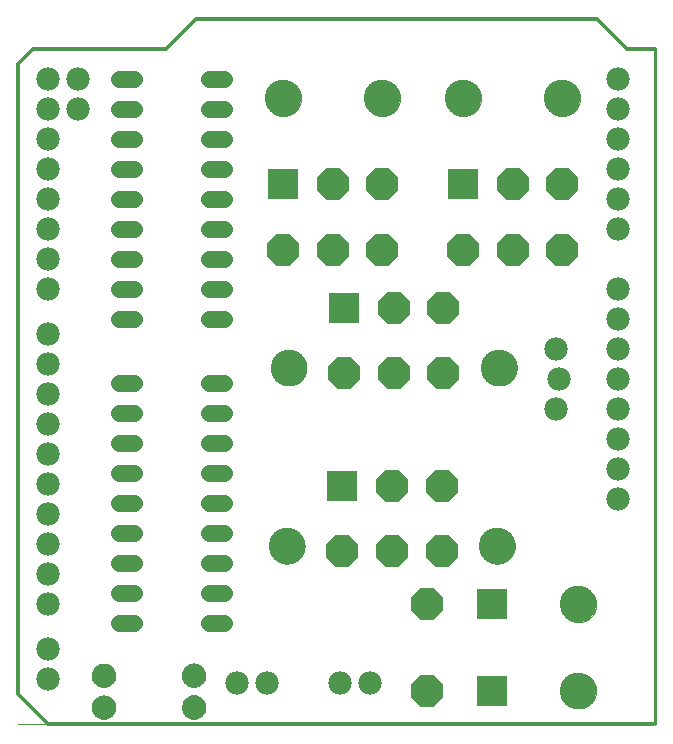
<source format=gbs>
G75*
%MOIN*%
%OFA0B0*%
%FSLAX25Y25*%
%IPPOS*%
%LPD*%
%AMOC8*
5,1,8,0,0,1.08239X$1,22.5*
%
%ADD10C,0.00000*%
%ADD11C,0.01000*%
%ADD12C,0.01200*%
%ADD13C,0.07800*%
%ADD14C,0.00500*%
%ADD15C,0.05600*%
%ADD16OC8,0.10400*%
%ADD17R,0.10400X0.10400*%
%ADD18C,0.12211*%
D10*
X0005000Y0005000D02*
X0015000Y0005000D01*
X0208701Y0005000D01*
X0185959Y0016250D02*
X0185961Y0016403D01*
X0185967Y0016557D01*
X0185977Y0016710D01*
X0185991Y0016862D01*
X0186009Y0017015D01*
X0186031Y0017166D01*
X0186056Y0017317D01*
X0186086Y0017468D01*
X0186120Y0017618D01*
X0186157Y0017766D01*
X0186198Y0017914D01*
X0186243Y0018060D01*
X0186292Y0018206D01*
X0186345Y0018350D01*
X0186401Y0018492D01*
X0186461Y0018633D01*
X0186525Y0018773D01*
X0186592Y0018911D01*
X0186663Y0019047D01*
X0186738Y0019181D01*
X0186815Y0019313D01*
X0186897Y0019443D01*
X0186981Y0019571D01*
X0187069Y0019697D01*
X0187160Y0019820D01*
X0187254Y0019941D01*
X0187352Y0020059D01*
X0187452Y0020175D01*
X0187556Y0020288D01*
X0187662Y0020399D01*
X0187771Y0020507D01*
X0187883Y0020612D01*
X0187997Y0020713D01*
X0188115Y0020812D01*
X0188234Y0020908D01*
X0188356Y0021001D01*
X0188481Y0021090D01*
X0188608Y0021177D01*
X0188737Y0021259D01*
X0188868Y0021339D01*
X0189001Y0021415D01*
X0189136Y0021488D01*
X0189273Y0021557D01*
X0189412Y0021622D01*
X0189552Y0021684D01*
X0189694Y0021742D01*
X0189837Y0021797D01*
X0189982Y0021848D01*
X0190128Y0021895D01*
X0190275Y0021938D01*
X0190423Y0021977D01*
X0190572Y0022013D01*
X0190722Y0022044D01*
X0190873Y0022072D01*
X0191024Y0022096D01*
X0191177Y0022116D01*
X0191329Y0022132D01*
X0191482Y0022144D01*
X0191635Y0022152D01*
X0191788Y0022156D01*
X0191942Y0022156D01*
X0192095Y0022152D01*
X0192248Y0022144D01*
X0192401Y0022132D01*
X0192553Y0022116D01*
X0192706Y0022096D01*
X0192857Y0022072D01*
X0193008Y0022044D01*
X0193158Y0022013D01*
X0193307Y0021977D01*
X0193455Y0021938D01*
X0193602Y0021895D01*
X0193748Y0021848D01*
X0193893Y0021797D01*
X0194036Y0021742D01*
X0194178Y0021684D01*
X0194318Y0021622D01*
X0194457Y0021557D01*
X0194594Y0021488D01*
X0194729Y0021415D01*
X0194862Y0021339D01*
X0194993Y0021259D01*
X0195122Y0021177D01*
X0195249Y0021090D01*
X0195374Y0021001D01*
X0195496Y0020908D01*
X0195615Y0020812D01*
X0195733Y0020713D01*
X0195847Y0020612D01*
X0195959Y0020507D01*
X0196068Y0020399D01*
X0196174Y0020288D01*
X0196278Y0020175D01*
X0196378Y0020059D01*
X0196476Y0019941D01*
X0196570Y0019820D01*
X0196661Y0019697D01*
X0196749Y0019571D01*
X0196833Y0019443D01*
X0196915Y0019313D01*
X0196992Y0019181D01*
X0197067Y0019047D01*
X0197138Y0018911D01*
X0197205Y0018773D01*
X0197269Y0018633D01*
X0197329Y0018492D01*
X0197385Y0018350D01*
X0197438Y0018206D01*
X0197487Y0018060D01*
X0197532Y0017914D01*
X0197573Y0017766D01*
X0197610Y0017618D01*
X0197644Y0017468D01*
X0197674Y0017317D01*
X0197699Y0017166D01*
X0197721Y0017015D01*
X0197739Y0016862D01*
X0197753Y0016710D01*
X0197763Y0016557D01*
X0197769Y0016403D01*
X0197771Y0016250D01*
X0197769Y0016097D01*
X0197763Y0015943D01*
X0197753Y0015790D01*
X0197739Y0015638D01*
X0197721Y0015485D01*
X0197699Y0015334D01*
X0197674Y0015183D01*
X0197644Y0015032D01*
X0197610Y0014882D01*
X0197573Y0014734D01*
X0197532Y0014586D01*
X0197487Y0014440D01*
X0197438Y0014294D01*
X0197385Y0014150D01*
X0197329Y0014008D01*
X0197269Y0013867D01*
X0197205Y0013727D01*
X0197138Y0013589D01*
X0197067Y0013453D01*
X0196992Y0013319D01*
X0196915Y0013187D01*
X0196833Y0013057D01*
X0196749Y0012929D01*
X0196661Y0012803D01*
X0196570Y0012680D01*
X0196476Y0012559D01*
X0196378Y0012441D01*
X0196278Y0012325D01*
X0196174Y0012212D01*
X0196068Y0012101D01*
X0195959Y0011993D01*
X0195847Y0011888D01*
X0195733Y0011787D01*
X0195615Y0011688D01*
X0195496Y0011592D01*
X0195374Y0011499D01*
X0195249Y0011410D01*
X0195122Y0011323D01*
X0194993Y0011241D01*
X0194862Y0011161D01*
X0194729Y0011085D01*
X0194594Y0011012D01*
X0194457Y0010943D01*
X0194318Y0010878D01*
X0194178Y0010816D01*
X0194036Y0010758D01*
X0193893Y0010703D01*
X0193748Y0010652D01*
X0193602Y0010605D01*
X0193455Y0010562D01*
X0193307Y0010523D01*
X0193158Y0010487D01*
X0193008Y0010456D01*
X0192857Y0010428D01*
X0192706Y0010404D01*
X0192553Y0010384D01*
X0192401Y0010368D01*
X0192248Y0010356D01*
X0192095Y0010348D01*
X0191942Y0010344D01*
X0191788Y0010344D01*
X0191635Y0010348D01*
X0191482Y0010356D01*
X0191329Y0010368D01*
X0191177Y0010384D01*
X0191024Y0010404D01*
X0190873Y0010428D01*
X0190722Y0010456D01*
X0190572Y0010487D01*
X0190423Y0010523D01*
X0190275Y0010562D01*
X0190128Y0010605D01*
X0189982Y0010652D01*
X0189837Y0010703D01*
X0189694Y0010758D01*
X0189552Y0010816D01*
X0189412Y0010878D01*
X0189273Y0010943D01*
X0189136Y0011012D01*
X0189001Y0011085D01*
X0188868Y0011161D01*
X0188737Y0011241D01*
X0188608Y0011323D01*
X0188481Y0011410D01*
X0188356Y0011499D01*
X0188234Y0011592D01*
X0188115Y0011688D01*
X0187997Y0011787D01*
X0187883Y0011888D01*
X0187771Y0011993D01*
X0187662Y0012101D01*
X0187556Y0012212D01*
X0187452Y0012325D01*
X0187352Y0012441D01*
X0187254Y0012559D01*
X0187160Y0012680D01*
X0187069Y0012803D01*
X0186981Y0012929D01*
X0186897Y0013057D01*
X0186815Y0013187D01*
X0186738Y0013319D01*
X0186663Y0013453D01*
X0186592Y0013589D01*
X0186525Y0013727D01*
X0186461Y0013867D01*
X0186401Y0014008D01*
X0186345Y0014150D01*
X0186292Y0014294D01*
X0186243Y0014440D01*
X0186198Y0014586D01*
X0186157Y0014734D01*
X0186120Y0014882D01*
X0186086Y0015032D01*
X0186056Y0015183D01*
X0186031Y0015334D01*
X0186009Y0015485D01*
X0185991Y0015638D01*
X0185977Y0015790D01*
X0185967Y0015943D01*
X0185961Y0016097D01*
X0185959Y0016250D01*
X0185959Y0045000D02*
X0185961Y0045153D01*
X0185967Y0045307D01*
X0185977Y0045460D01*
X0185991Y0045612D01*
X0186009Y0045765D01*
X0186031Y0045916D01*
X0186056Y0046067D01*
X0186086Y0046218D01*
X0186120Y0046368D01*
X0186157Y0046516D01*
X0186198Y0046664D01*
X0186243Y0046810D01*
X0186292Y0046956D01*
X0186345Y0047100D01*
X0186401Y0047242D01*
X0186461Y0047383D01*
X0186525Y0047523D01*
X0186592Y0047661D01*
X0186663Y0047797D01*
X0186738Y0047931D01*
X0186815Y0048063D01*
X0186897Y0048193D01*
X0186981Y0048321D01*
X0187069Y0048447D01*
X0187160Y0048570D01*
X0187254Y0048691D01*
X0187352Y0048809D01*
X0187452Y0048925D01*
X0187556Y0049038D01*
X0187662Y0049149D01*
X0187771Y0049257D01*
X0187883Y0049362D01*
X0187997Y0049463D01*
X0188115Y0049562D01*
X0188234Y0049658D01*
X0188356Y0049751D01*
X0188481Y0049840D01*
X0188608Y0049927D01*
X0188737Y0050009D01*
X0188868Y0050089D01*
X0189001Y0050165D01*
X0189136Y0050238D01*
X0189273Y0050307D01*
X0189412Y0050372D01*
X0189552Y0050434D01*
X0189694Y0050492D01*
X0189837Y0050547D01*
X0189982Y0050598D01*
X0190128Y0050645D01*
X0190275Y0050688D01*
X0190423Y0050727D01*
X0190572Y0050763D01*
X0190722Y0050794D01*
X0190873Y0050822D01*
X0191024Y0050846D01*
X0191177Y0050866D01*
X0191329Y0050882D01*
X0191482Y0050894D01*
X0191635Y0050902D01*
X0191788Y0050906D01*
X0191942Y0050906D01*
X0192095Y0050902D01*
X0192248Y0050894D01*
X0192401Y0050882D01*
X0192553Y0050866D01*
X0192706Y0050846D01*
X0192857Y0050822D01*
X0193008Y0050794D01*
X0193158Y0050763D01*
X0193307Y0050727D01*
X0193455Y0050688D01*
X0193602Y0050645D01*
X0193748Y0050598D01*
X0193893Y0050547D01*
X0194036Y0050492D01*
X0194178Y0050434D01*
X0194318Y0050372D01*
X0194457Y0050307D01*
X0194594Y0050238D01*
X0194729Y0050165D01*
X0194862Y0050089D01*
X0194993Y0050009D01*
X0195122Y0049927D01*
X0195249Y0049840D01*
X0195374Y0049751D01*
X0195496Y0049658D01*
X0195615Y0049562D01*
X0195733Y0049463D01*
X0195847Y0049362D01*
X0195959Y0049257D01*
X0196068Y0049149D01*
X0196174Y0049038D01*
X0196278Y0048925D01*
X0196378Y0048809D01*
X0196476Y0048691D01*
X0196570Y0048570D01*
X0196661Y0048447D01*
X0196749Y0048321D01*
X0196833Y0048193D01*
X0196915Y0048063D01*
X0196992Y0047931D01*
X0197067Y0047797D01*
X0197138Y0047661D01*
X0197205Y0047523D01*
X0197269Y0047383D01*
X0197329Y0047242D01*
X0197385Y0047100D01*
X0197438Y0046956D01*
X0197487Y0046810D01*
X0197532Y0046664D01*
X0197573Y0046516D01*
X0197610Y0046368D01*
X0197644Y0046218D01*
X0197674Y0046067D01*
X0197699Y0045916D01*
X0197721Y0045765D01*
X0197739Y0045612D01*
X0197753Y0045460D01*
X0197763Y0045307D01*
X0197769Y0045153D01*
X0197771Y0045000D01*
X0197769Y0044847D01*
X0197763Y0044693D01*
X0197753Y0044540D01*
X0197739Y0044388D01*
X0197721Y0044235D01*
X0197699Y0044084D01*
X0197674Y0043933D01*
X0197644Y0043782D01*
X0197610Y0043632D01*
X0197573Y0043484D01*
X0197532Y0043336D01*
X0197487Y0043190D01*
X0197438Y0043044D01*
X0197385Y0042900D01*
X0197329Y0042758D01*
X0197269Y0042617D01*
X0197205Y0042477D01*
X0197138Y0042339D01*
X0197067Y0042203D01*
X0196992Y0042069D01*
X0196915Y0041937D01*
X0196833Y0041807D01*
X0196749Y0041679D01*
X0196661Y0041553D01*
X0196570Y0041430D01*
X0196476Y0041309D01*
X0196378Y0041191D01*
X0196278Y0041075D01*
X0196174Y0040962D01*
X0196068Y0040851D01*
X0195959Y0040743D01*
X0195847Y0040638D01*
X0195733Y0040537D01*
X0195615Y0040438D01*
X0195496Y0040342D01*
X0195374Y0040249D01*
X0195249Y0040160D01*
X0195122Y0040073D01*
X0194993Y0039991D01*
X0194862Y0039911D01*
X0194729Y0039835D01*
X0194594Y0039762D01*
X0194457Y0039693D01*
X0194318Y0039628D01*
X0194178Y0039566D01*
X0194036Y0039508D01*
X0193893Y0039453D01*
X0193748Y0039402D01*
X0193602Y0039355D01*
X0193455Y0039312D01*
X0193307Y0039273D01*
X0193158Y0039237D01*
X0193008Y0039206D01*
X0192857Y0039178D01*
X0192706Y0039154D01*
X0192553Y0039134D01*
X0192401Y0039118D01*
X0192248Y0039106D01*
X0192095Y0039098D01*
X0191942Y0039094D01*
X0191788Y0039094D01*
X0191635Y0039098D01*
X0191482Y0039106D01*
X0191329Y0039118D01*
X0191177Y0039134D01*
X0191024Y0039154D01*
X0190873Y0039178D01*
X0190722Y0039206D01*
X0190572Y0039237D01*
X0190423Y0039273D01*
X0190275Y0039312D01*
X0190128Y0039355D01*
X0189982Y0039402D01*
X0189837Y0039453D01*
X0189694Y0039508D01*
X0189552Y0039566D01*
X0189412Y0039628D01*
X0189273Y0039693D01*
X0189136Y0039762D01*
X0189001Y0039835D01*
X0188868Y0039911D01*
X0188737Y0039991D01*
X0188608Y0040073D01*
X0188481Y0040160D01*
X0188356Y0040249D01*
X0188234Y0040342D01*
X0188115Y0040438D01*
X0187997Y0040537D01*
X0187883Y0040638D01*
X0187771Y0040743D01*
X0187662Y0040851D01*
X0187556Y0040962D01*
X0187452Y0041075D01*
X0187352Y0041191D01*
X0187254Y0041309D01*
X0187160Y0041430D01*
X0187069Y0041553D01*
X0186981Y0041679D01*
X0186897Y0041807D01*
X0186815Y0041937D01*
X0186738Y0042069D01*
X0186663Y0042203D01*
X0186592Y0042339D01*
X0186525Y0042477D01*
X0186461Y0042617D01*
X0186401Y0042758D01*
X0186345Y0042900D01*
X0186292Y0043044D01*
X0186243Y0043190D01*
X0186198Y0043336D01*
X0186157Y0043484D01*
X0186120Y0043632D01*
X0186086Y0043782D01*
X0186056Y0043933D01*
X0186031Y0044084D01*
X0186009Y0044235D01*
X0185991Y0044388D01*
X0185977Y0044540D01*
X0185967Y0044693D01*
X0185961Y0044847D01*
X0185959Y0045000D01*
X0158848Y0064532D02*
X0158850Y0064685D01*
X0158856Y0064839D01*
X0158866Y0064992D01*
X0158880Y0065144D01*
X0158898Y0065297D01*
X0158920Y0065448D01*
X0158945Y0065599D01*
X0158975Y0065750D01*
X0159009Y0065900D01*
X0159046Y0066048D01*
X0159087Y0066196D01*
X0159132Y0066342D01*
X0159181Y0066488D01*
X0159234Y0066632D01*
X0159290Y0066774D01*
X0159350Y0066915D01*
X0159414Y0067055D01*
X0159481Y0067193D01*
X0159552Y0067329D01*
X0159627Y0067463D01*
X0159704Y0067595D01*
X0159786Y0067725D01*
X0159870Y0067853D01*
X0159958Y0067979D01*
X0160049Y0068102D01*
X0160143Y0068223D01*
X0160241Y0068341D01*
X0160341Y0068457D01*
X0160445Y0068570D01*
X0160551Y0068681D01*
X0160660Y0068789D01*
X0160772Y0068894D01*
X0160886Y0068995D01*
X0161004Y0069094D01*
X0161123Y0069190D01*
X0161245Y0069283D01*
X0161370Y0069372D01*
X0161497Y0069459D01*
X0161626Y0069541D01*
X0161757Y0069621D01*
X0161890Y0069697D01*
X0162025Y0069770D01*
X0162162Y0069839D01*
X0162301Y0069904D01*
X0162441Y0069966D01*
X0162583Y0070024D01*
X0162726Y0070079D01*
X0162871Y0070130D01*
X0163017Y0070177D01*
X0163164Y0070220D01*
X0163312Y0070259D01*
X0163461Y0070295D01*
X0163611Y0070326D01*
X0163762Y0070354D01*
X0163913Y0070378D01*
X0164066Y0070398D01*
X0164218Y0070414D01*
X0164371Y0070426D01*
X0164524Y0070434D01*
X0164677Y0070438D01*
X0164831Y0070438D01*
X0164984Y0070434D01*
X0165137Y0070426D01*
X0165290Y0070414D01*
X0165442Y0070398D01*
X0165595Y0070378D01*
X0165746Y0070354D01*
X0165897Y0070326D01*
X0166047Y0070295D01*
X0166196Y0070259D01*
X0166344Y0070220D01*
X0166491Y0070177D01*
X0166637Y0070130D01*
X0166782Y0070079D01*
X0166925Y0070024D01*
X0167067Y0069966D01*
X0167207Y0069904D01*
X0167346Y0069839D01*
X0167483Y0069770D01*
X0167618Y0069697D01*
X0167751Y0069621D01*
X0167882Y0069541D01*
X0168011Y0069459D01*
X0168138Y0069372D01*
X0168263Y0069283D01*
X0168385Y0069190D01*
X0168504Y0069094D01*
X0168622Y0068995D01*
X0168736Y0068894D01*
X0168848Y0068789D01*
X0168957Y0068681D01*
X0169063Y0068570D01*
X0169167Y0068457D01*
X0169267Y0068341D01*
X0169365Y0068223D01*
X0169459Y0068102D01*
X0169550Y0067979D01*
X0169638Y0067853D01*
X0169722Y0067725D01*
X0169804Y0067595D01*
X0169881Y0067463D01*
X0169956Y0067329D01*
X0170027Y0067193D01*
X0170094Y0067055D01*
X0170158Y0066915D01*
X0170218Y0066774D01*
X0170274Y0066632D01*
X0170327Y0066488D01*
X0170376Y0066342D01*
X0170421Y0066196D01*
X0170462Y0066048D01*
X0170499Y0065900D01*
X0170533Y0065750D01*
X0170563Y0065599D01*
X0170588Y0065448D01*
X0170610Y0065297D01*
X0170628Y0065144D01*
X0170642Y0064992D01*
X0170652Y0064839D01*
X0170658Y0064685D01*
X0170660Y0064532D01*
X0170658Y0064379D01*
X0170652Y0064225D01*
X0170642Y0064072D01*
X0170628Y0063920D01*
X0170610Y0063767D01*
X0170588Y0063616D01*
X0170563Y0063465D01*
X0170533Y0063314D01*
X0170499Y0063164D01*
X0170462Y0063016D01*
X0170421Y0062868D01*
X0170376Y0062722D01*
X0170327Y0062576D01*
X0170274Y0062432D01*
X0170218Y0062290D01*
X0170158Y0062149D01*
X0170094Y0062009D01*
X0170027Y0061871D01*
X0169956Y0061735D01*
X0169881Y0061601D01*
X0169804Y0061469D01*
X0169722Y0061339D01*
X0169638Y0061211D01*
X0169550Y0061085D01*
X0169459Y0060962D01*
X0169365Y0060841D01*
X0169267Y0060723D01*
X0169167Y0060607D01*
X0169063Y0060494D01*
X0168957Y0060383D01*
X0168848Y0060275D01*
X0168736Y0060170D01*
X0168622Y0060069D01*
X0168504Y0059970D01*
X0168385Y0059874D01*
X0168263Y0059781D01*
X0168138Y0059692D01*
X0168011Y0059605D01*
X0167882Y0059523D01*
X0167751Y0059443D01*
X0167618Y0059367D01*
X0167483Y0059294D01*
X0167346Y0059225D01*
X0167207Y0059160D01*
X0167067Y0059098D01*
X0166925Y0059040D01*
X0166782Y0058985D01*
X0166637Y0058934D01*
X0166491Y0058887D01*
X0166344Y0058844D01*
X0166196Y0058805D01*
X0166047Y0058769D01*
X0165897Y0058738D01*
X0165746Y0058710D01*
X0165595Y0058686D01*
X0165442Y0058666D01*
X0165290Y0058650D01*
X0165137Y0058638D01*
X0164984Y0058630D01*
X0164831Y0058626D01*
X0164677Y0058626D01*
X0164524Y0058630D01*
X0164371Y0058638D01*
X0164218Y0058650D01*
X0164066Y0058666D01*
X0163913Y0058686D01*
X0163762Y0058710D01*
X0163611Y0058738D01*
X0163461Y0058769D01*
X0163312Y0058805D01*
X0163164Y0058844D01*
X0163017Y0058887D01*
X0162871Y0058934D01*
X0162726Y0058985D01*
X0162583Y0059040D01*
X0162441Y0059098D01*
X0162301Y0059160D01*
X0162162Y0059225D01*
X0162025Y0059294D01*
X0161890Y0059367D01*
X0161757Y0059443D01*
X0161626Y0059523D01*
X0161497Y0059605D01*
X0161370Y0059692D01*
X0161245Y0059781D01*
X0161123Y0059874D01*
X0161004Y0059970D01*
X0160886Y0060069D01*
X0160772Y0060170D01*
X0160660Y0060275D01*
X0160551Y0060383D01*
X0160445Y0060494D01*
X0160341Y0060607D01*
X0160241Y0060723D01*
X0160143Y0060841D01*
X0160049Y0060962D01*
X0159958Y0061085D01*
X0159870Y0061211D01*
X0159786Y0061339D01*
X0159704Y0061469D01*
X0159627Y0061601D01*
X0159552Y0061735D01*
X0159481Y0061871D01*
X0159414Y0062009D01*
X0159350Y0062149D01*
X0159290Y0062290D01*
X0159234Y0062432D01*
X0159181Y0062576D01*
X0159132Y0062722D01*
X0159087Y0062868D01*
X0159046Y0063016D01*
X0159009Y0063164D01*
X0158975Y0063314D01*
X0158945Y0063465D01*
X0158920Y0063616D01*
X0158898Y0063767D01*
X0158880Y0063920D01*
X0158866Y0064072D01*
X0158856Y0064225D01*
X0158850Y0064379D01*
X0158848Y0064532D01*
X0159473Y0123907D02*
X0159475Y0124060D01*
X0159481Y0124214D01*
X0159491Y0124367D01*
X0159505Y0124519D01*
X0159523Y0124672D01*
X0159545Y0124823D01*
X0159570Y0124974D01*
X0159600Y0125125D01*
X0159634Y0125275D01*
X0159671Y0125423D01*
X0159712Y0125571D01*
X0159757Y0125717D01*
X0159806Y0125863D01*
X0159859Y0126007D01*
X0159915Y0126149D01*
X0159975Y0126290D01*
X0160039Y0126430D01*
X0160106Y0126568D01*
X0160177Y0126704D01*
X0160252Y0126838D01*
X0160329Y0126970D01*
X0160411Y0127100D01*
X0160495Y0127228D01*
X0160583Y0127354D01*
X0160674Y0127477D01*
X0160768Y0127598D01*
X0160866Y0127716D01*
X0160966Y0127832D01*
X0161070Y0127945D01*
X0161176Y0128056D01*
X0161285Y0128164D01*
X0161397Y0128269D01*
X0161511Y0128370D01*
X0161629Y0128469D01*
X0161748Y0128565D01*
X0161870Y0128658D01*
X0161995Y0128747D01*
X0162122Y0128834D01*
X0162251Y0128916D01*
X0162382Y0128996D01*
X0162515Y0129072D01*
X0162650Y0129145D01*
X0162787Y0129214D01*
X0162926Y0129279D01*
X0163066Y0129341D01*
X0163208Y0129399D01*
X0163351Y0129454D01*
X0163496Y0129505D01*
X0163642Y0129552D01*
X0163789Y0129595D01*
X0163937Y0129634D01*
X0164086Y0129670D01*
X0164236Y0129701D01*
X0164387Y0129729D01*
X0164538Y0129753D01*
X0164691Y0129773D01*
X0164843Y0129789D01*
X0164996Y0129801D01*
X0165149Y0129809D01*
X0165302Y0129813D01*
X0165456Y0129813D01*
X0165609Y0129809D01*
X0165762Y0129801D01*
X0165915Y0129789D01*
X0166067Y0129773D01*
X0166220Y0129753D01*
X0166371Y0129729D01*
X0166522Y0129701D01*
X0166672Y0129670D01*
X0166821Y0129634D01*
X0166969Y0129595D01*
X0167116Y0129552D01*
X0167262Y0129505D01*
X0167407Y0129454D01*
X0167550Y0129399D01*
X0167692Y0129341D01*
X0167832Y0129279D01*
X0167971Y0129214D01*
X0168108Y0129145D01*
X0168243Y0129072D01*
X0168376Y0128996D01*
X0168507Y0128916D01*
X0168636Y0128834D01*
X0168763Y0128747D01*
X0168888Y0128658D01*
X0169010Y0128565D01*
X0169129Y0128469D01*
X0169247Y0128370D01*
X0169361Y0128269D01*
X0169473Y0128164D01*
X0169582Y0128056D01*
X0169688Y0127945D01*
X0169792Y0127832D01*
X0169892Y0127716D01*
X0169990Y0127598D01*
X0170084Y0127477D01*
X0170175Y0127354D01*
X0170263Y0127228D01*
X0170347Y0127100D01*
X0170429Y0126970D01*
X0170506Y0126838D01*
X0170581Y0126704D01*
X0170652Y0126568D01*
X0170719Y0126430D01*
X0170783Y0126290D01*
X0170843Y0126149D01*
X0170899Y0126007D01*
X0170952Y0125863D01*
X0171001Y0125717D01*
X0171046Y0125571D01*
X0171087Y0125423D01*
X0171124Y0125275D01*
X0171158Y0125125D01*
X0171188Y0124974D01*
X0171213Y0124823D01*
X0171235Y0124672D01*
X0171253Y0124519D01*
X0171267Y0124367D01*
X0171277Y0124214D01*
X0171283Y0124060D01*
X0171285Y0123907D01*
X0171283Y0123754D01*
X0171277Y0123600D01*
X0171267Y0123447D01*
X0171253Y0123295D01*
X0171235Y0123142D01*
X0171213Y0122991D01*
X0171188Y0122840D01*
X0171158Y0122689D01*
X0171124Y0122539D01*
X0171087Y0122391D01*
X0171046Y0122243D01*
X0171001Y0122097D01*
X0170952Y0121951D01*
X0170899Y0121807D01*
X0170843Y0121665D01*
X0170783Y0121524D01*
X0170719Y0121384D01*
X0170652Y0121246D01*
X0170581Y0121110D01*
X0170506Y0120976D01*
X0170429Y0120844D01*
X0170347Y0120714D01*
X0170263Y0120586D01*
X0170175Y0120460D01*
X0170084Y0120337D01*
X0169990Y0120216D01*
X0169892Y0120098D01*
X0169792Y0119982D01*
X0169688Y0119869D01*
X0169582Y0119758D01*
X0169473Y0119650D01*
X0169361Y0119545D01*
X0169247Y0119444D01*
X0169129Y0119345D01*
X0169010Y0119249D01*
X0168888Y0119156D01*
X0168763Y0119067D01*
X0168636Y0118980D01*
X0168507Y0118898D01*
X0168376Y0118818D01*
X0168243Y0118742D01*
X0168108Y0118669D01*
X0167971Y0118600D01*
X0167832Y0118535D01*
X0167692Y0118473D01*
X0167550Y0118415D01*
X0167407Y0118360D01*
X0167262Y0118309D01*
X0167116Y0118262D01*
X0166969Y0118219D01*
X0166821Y0118180D01*
X0166672Y0118144D01*
X0166522Y0118113D01*
X0166371Y0118085D01*
X0166220Y0118061D01*
X0166067Y0118041D01*
X0165915Y0118025D01*
X0165762Y0118013D01*
X0165609Y0118005D01*
X0165456Y0118001D01*
X0165302Y0118001D01*
X0165149Y0118005D01*
X0164996Y0118013D01*
X0164843Y0118025D01*
X0164691Y0118041D01*
X0164538Y0118061D01*
X0164387Y0118085D01*
X0164236Y0118113D01*
X0164086Y0118144D01*
X0163937Y0118180D01*
X0163789Y0118219D01*
X0163642Y0118262D01*
X0163496Y0118309D01*
X0163351Y0118360D01*
X0163208Y0118415D01*
X0163066Y0118473D01*
X0162926Y0118535D01*
X0162787Y0118600D01*
X0162650Y0118669D01*
X0162515Y0118742D01*
X0162382Y0118818D01*
X0162251Y0118898D01*
X0162122Y0118980D01*
X0161995Y0119067D01*
X0161870Y0119156D01*
X0161748Y0119249D01*
X0161629Y0119345D01*
X0161511Y0119444D01*
X0161397Y0119545D01*
X0161285Y0119650D01*
X0161176Y0119758D01*
X0161070Y0119869D01*
X0160966Y0119982D01*
X0160866Y0120098D01*
X0160768Y0120216D01*
X0160674Y0120337D01*
X0160583Y0120460D01*
X0160495Y0120586D01*
X0160411Y0120714D01*
X0160329Y0120844D01*
X0160252Y0120976D01*
X0160177Y0121110D01*
X0160106Y0121246D01*
X0160039Y0121384D01*
X0159975Y0121524D01*
X0159915Y0121665D01*
X0159859Y0121807D01*
X0159806Y0121951D01*
X0159757Y0122097D01*
X0159712Y0122243D01*
X0159671Y0122391D01*
X0159634Y0122539D01*
X0159600Y0122689D01*
X0159570Y0122840D01*
X0159545Y0122991D01*
X0159523Y0123142D01*
X0159505Y0123295D01*
X0159491Y0123447D01*
X0159481Y0123600D01*
X0159475Y0123754D01*
X0159473Y0123907D01*
X0089394Y0123907D02*
X0089396Y0124060D01*
X0089402Y0124214D01*
X0089412Y0124367D01*
X0089426Y0124519D01*
X0089444Y0124672D01*
X0089466Y0124823D01*
X0089491Y0124974D01*
X0089521Y0125125D01*
X0089555Y0125275D01*
X0089592Y0125423D01*
X0089633Y0125571D01*
X0089678Y0125717D01*
X0089727Y0125863D01*
X0089780Y0126007D01*
X0089836Y0126149D01*
X0089896Y0126290D01*
X0089960Y0126430D01*
X0090027Y0126568D01*
X0090098Y0126704D01*
X0090173Y0126838D01*
X0090250Y0126970D01*
X0090332Y0127100D01*
X0090416Y0127228D01*
X0090504Y0127354D01*
X0090595Y0127477D01*
X0090689Y0127598D01*
X0090787Y0127716D01*
X0090887Y0127832D01*
X0090991Y0127945D01*
X0091097Y0128056D01*
X0091206Y0128164D01*
X0091318Y0128269D01*
X0091432Y0128370D01*
X0091550Y0128469D01*
X0091669Y0128565D01*
X0091791Y0128658D01*
X0091916Y0128747D01*
X0092043Y0128834D01*
X0092172Y0128916D01*
X0092303Y0128996D01*
X0092436Y0129072D01*
X0092571Y0129145D01*
X0092708Y0129214D01*
X0092847Y0129279D01*
X0092987Y0129341D01*
X0093129Y0129399D01*
X0093272Y0129454D01*
X0093417Y0129505D01*
X0093563Y0129552D01*
X0093710Y0129595D01*
X0093858Y0129634D01*
X0094007Y0129670D01*
X0094157Y0129701D01*
X0094308Y0129729D01*
X0094459Y0129753D01*
X0094612Y0129773D01*
X0094764Y0129789D01*
X0094917Y0129801D01*
X0095070Y0129809D01*
X0095223Y0129813D01*
X0095377Y0129813D01*
X0095530Y0129809D01*
X0095683Y0129801D01*
X0095836Y0129789D01*
X0095988Y0129773D01*
X0096141Y0129753D01*
X0096292Y0129729D01*
X0096443Y0129701D01*
X0096593Y0129670D01*
X0096742Y0129634D01*
X0096890Y0129595D01*
X0097037Y0129552D01*
X0097183Y0129505D01*
X0097328Y0129454D01*
X0097471Y0129399D01*
X0097613Y0129341D01*
X0097753Y0129279D01*
X0097892Y0129214D01*
X0098029Y0129145D01*
X0098164Y0129072D01*
X0098297Y0128996D01*
X0098428Y0128916D01*
X0098557Y0128834D01*
X0098684Y0128747D01*
X0098809Y0128658D01*
X0098931Y0128565D01*
X0099050Y0128469D01*
X0099168Y0128370D01*
X0099282Y0128269D01*
X0099394Y0128164D01*
X0099503Y0128056D01*
X0099609Y0127945D01*
X0099713Y0127832D01*
X0099813Y0127716D01*
X0099911Y0127598D01*
X0100005Y0127477D01*
X0100096Y0127354D01*
X0100184Y0127228D01*
X0100268Y0127100D01*
X0100350Y0126970D01*
X0100427Y0126838D01*
X0100502Y0126704D01*
X0100573Y0126568D01*
X0100640Y0126430D01*
X0100704Y0126290D01*
X0100764Y0126149D01*
X0100820Y0126007D01*
X0100873Y0125863D01*
X0100922Y0125717D01*
X0100967Y0125571D01*
X0101008Y0125423D01*
X0101045Y0125275D01*
X0101079Y0125125D01*
X0101109Y0124974D01*
X0101134Y0124823D01*
X0101156Y0124672D01*
X0101174Y0124519D01*
X0101188Y0124367D01*
X0101198Y0124214D01*
X0101204Y0124060D01*
X0101206Y0123907D01*
X0101204Y0123754D01*
X0101198Y0123600D01*
X0101188Y0123447D01*
X0101174Y0123295D01*
X0101156Y0123142D01*
X0101134Y0122991D01*
X0101109Y0122840D01*
X0101079Y0122689D01*
X0101045Y0122539D01*
X0101008Y0122391D01*
X0100967Y0122243D01*
X0100922Y0122097D01*
X0100873Y0121951D01*
X0100820Y0121807D01*
X0100764Y0121665D01*
X0100704Y0121524D01*
X0100640Y0121384D01*
X0100573Y0121246D01*
X0100502Y0121110D01*
X0100427Y0120976D01*
X0100350Y0120844D01*
X0100268Y0120714D01*
X0100184Y0120586D01*
X0100096Y0120460D01*
X0100005Y0120337D01*
X0099911Y0120216D01*
X0099813Y0120098D01*
X0099713Y0119982D01*
X0099609Y0119869D01*
X0099503Y0119758D01*
X0099394Y0119650D01*
X0099282Y0119545D01*
X0099168Y0119444D01*
X0099050Y0119345D01*
X0098931Y0119249D01*
X0098809Y0119156D01*
X0098684Y0119067D01*
X0098557Y0118980D01*
X0098428Y0118898D01*
X0098297Y0118818D01*
X0098164Y0118742D01*
X0098029Y0118669D01*
X0097892Y0118600D01*
X0097753Y0118535D01*
X0097613Y0118473D01*
X0097471Y0118415D01*
X0097328Y0118360D01*
X0097183Y0118309D01*
X0097037Y0118262D01*
X0096890Y0118219D01*
X0096742Y0118180D01*
X0096593Y0118144D01*
X0096443Y0118113D01*
X0096292Y0118085D01*
X0096141Y0118061D01*
X0095988Y0118041D01*
X0095836Y0118025D01*
X0095683Y0118013D01*
X0095530Y0118005D01*
X0095377Y0118001D01*
X0095223Y0118001D01*
X0095070Y0118005D01*
X0094917Y0118013D01*
X0094764Y0118025D01*
X0094612Y0118041D01*
X0094459Y0118061D01*
X0094308Y0118085D01*
X0094157Y0118113D01*
X0094007Y0118144D01*
X0093858Y0118180D01*
X0093710Y0118219D01*
X0093563Y0118262D01*
X0093417Y0118309D01*
X0093272Y0118360D01*
X0093129Y0118415D01*
X0092987Y0118473D01*
X0092847Y0118535D01*
X0092708Y0118600D01*
X0092571Y0118669D01*
X0092436Y0118742D01*
X0092303Y0118818D01*
X0092172Y0118898D01*
X0092043Y0118980D01*
X0091916Y0119067D01*
X0091791Y0119156D01*
X0091669Y0119249D01*
X0091550Y0119345D01*
X0091432Y0119444D01*
X0091318Y0119545D01*
X0091206Y0119650D01*
X0091097Y0119758D01*
X0090991Y0119869D01*
X0090887Y0119982D01*
X0090787Y0120098D01*
X0090689Y0120216D01*
X0090595Y0120337D01*
X0090504Y0120460D01*
X0090416Y0120586D01*
X0090332Y0120714D01*
X0090250Y0120844D01*
X0090173Y0120976D01*
X0090098Y0121110D01*
X0090027Y0121246D01*
X0089960Y0121384D01*
X0089896Y0121524D01*
X0089836Y0121665D01*
X0089780Y0121807D01*
X0089727Y0121951D01*
X0089678Y0122097D01*
X0089633Y0122243D01*
X0089592Y0122391D01*
X0089555Y0122539D01*
X0089521Y0122689D01*
X0089491Y0122840D01*
X0089466Y0122991D01*
X0089444Y0123142D01*
X0089426Y0123295D01*
X0089412Y0123447D01*
X0089402Y0123600D01*
X0089396Y0123754D01*
X0089394Y0123907D01*
X0088769Y0064532D02*
X0088771Y0064685D01*
X0088777Y0064839D01*
X0088787Y0064992D01*
X0088801Y0065144D01*
X0088819Y0065297D01*
X0088841Y0065448D01*
X0088866Y0065599D01*
X0088896Y0065750D01*
X0088930Y0065900D01*
X0088967Y0066048D01*
X0089008Y0066196D01*
X0089053Y0066342D01*
X0089102Y0066488D01*
X0089155Y0066632D01*
X0089211Y0066774D01*
X0089271Y0066915D01*
X0089335Y0067055D01*
X0089402Y0067193D01*
X0089473Y0067329D01*
X0089548Y0067463D01*
X0089625Y0067595D01*
X0089707Y0067725D01*
X0089791Y0067853D01*
X0089879Y0067979D01*
X0089970Y0068102D01*
X0090064Y0068223D01*
X0090162Y0068341D01*
X0090262Y0068457D01*
X0090366Y0068570D01*
X0090472Y0068681D01*
X0090581Y0068789D01*
X0090693Y0068894D01*
X0090807Y0068995D01*
X0090925Y0069094D01*
X0091044Y0069190D01*
X0091166Y0069283D01*
X0091291Y0069372D01*
X0091418Y0069459D01*
X0091547Y0069541D01*
X0091678Y0069621D01*
X0091811Y0069697D01*
X0091946Y0069770D01*
X0092083Y0069839D01*
X0092222Y0069904D01*
X0092362Y0069966D01*
X0092504Y0070024D01*
X0092647Y0070079D01*
X0092792Y0070130D01*
X0092938Y0070177D01*
X0093085Y0070220D01*
X0093233Y0070259D01*
X0093382Y0070295D01*
X0093532Y0070326D01*
X0093683Y0070354D01*
X0093834Y0070378D01*
X0093987Y0070398D01*
X0094139Y0070414D01*
X0094292Y0070426D01*
X0094445Y0070434D01*
X0094598Y0070438D01*
X0094752Y0070438D01*
X0094905Y0070434D01*
X0095058Y0070426D01*
X0095211Y0070414D01*
X0095363Y0070398D01*
X0095516Y0070378D01*
X0095667Y0070354D01*
X0095818Y0070326D01*
X0095968Y0070295D01*
X0096117Y0070259D01*
X0096265Y0070220D01*
X0096412Y0070177D01*
X0096558Y0070130D01*
X0096703Y0070079D01*
X0096846Y0070024D01*
X0096988Y0069966D01*
X0097128Y0069904D01*
X0097267Y0069839D01*
X0097404Y0069770D01*
X0097539Y0069697D01*
X0097672Y0069621D01*
X0097803Y0069541D01*
X0097932Y0069459D01*
X0098059Y0069372D01*
X0098184Y0069283D01*
X0098306Y0069190D01*
X0098425Y0069094D01*
X0098543Y0068995D01*
X0098657Y0068894D01*
X0098769Y0068789D01*
X0098878Y0068681D01*
X0098984Y0068570D01*
X0099088Y0068457D01*
X0099188Y0068341D01*
X0099286Y0068223D01*
X0099380Y0068102D01*
X0099471Y0067979D01*
X0099559Y0067853D01*
X0099643Y0067725D01*
X0099725Y0067595D01*
X0099802Y0067463D01*
X0099877Y0067329D01*
X0099948Y0067193D01*
X0100015Y0067055D01*
X0100079Y0066915D01*
X0100139Y0066774D01*
X0100195Y0066632D01*
X0100248Y0066488D01*
X0100297Y0066342D01*
X0100342Y0066196D01*
X0100383Y0066048D01*
X0100420Y0065900D01*
X0100454Y0065750D01*
X0100484Y0065599D01*
X0100509Y0065448D01*
X0100531Y0065297D01*
X0100549Y0065144D01*
X0100563Y0064992D01*
X0100573Y0064839D01*
X0100579Y0064685D01*
X0100581Y0064532D01*
X0100579Y0064379D01*
X0100573Y0064225D01*
X0100563Y0064072D01*
X0100549Y0063920D01*
X0100531Y0063767D01*
X0100509Y0063616D01*
X0100484Y0063465D01*
X0100454Y0063314D01*
X0100420Y0063164D01*
X0100383Y0063016D01*
X0100342Y0062868D01*
X0100297Y0062722D01*
X0100248Y0062576D01*
X0100195Y0062432D01*
X0100139Y0062290D01*
X0100079Y0062149D01*
X0100015Y0062009D01*
X0099948Y0061871D01*
X0099877Y0061735D01*
X0099802Y0061601D01*
X0099725Y0061469D01*
X0099643Y0061339D01*
X0099559Y0061211D01*
X0099471Y0061085D01*
X0099380Y0060962D01*
X0099286Y0060841D01*
X0099188Y0060723D01*
X0099088Y0060607D01*
X0098984Y0060494D01*
X0098878Y0060383D01*
X0098769Y0060275D01*
X0098657Y0060170D01*
X0098543Y0060069D01*
X0098425Y0059970D01*
X0098306Y0059874D01*
X0098184Y0059781D01*
X0098059Y0059692D01*
X0097932Y0059605D01*
X0097803Y0059523D01*
X0097672Y0059443D01*
X0097539Y0059367D01*
X0097404Y0059294D01*
X0097267Y0059225D01*
X0097128Y0059160D01*
X0096988Y0059098D01*
X0096846Y0059040D01*
X0096703Y0058985D01*
X0096558Y0058934D01*
X0096412Y0058887D01*
X0096265Y0058844D01*
X0096117Y0058805D01*
X0095968Y0058769D01*
X0095818Y0058738D01*
X0095667Y0058710D01*
X0095516Y0058686D01*
X0095363Y0058666D01*
X0095211Y0058650D01*
X0095058Y0058638D01*
X0094905Y0058630D01*
X0094752Y0058626D01*
X0094598Y0058626D01*
X0094445Y0058630D01*
X0094292Y0058638D01*
X0094139Y0058650D01*
X0093987Y0058666D01*
X0093834Y0058686D01*
X0093683Y0058710D01*
X0093532Y0058738D01*
X0093382Y0058769D01*
X0093233Y0058805D01*
X0093085Y0058844D01*
X0092938Y0058887D01*
X0092792Y0058934D01*
X0092647Y0058985D01*
X0092504Y0059040D01*
X0092362Y0059098D01*
X0092222Y0059160D01*
X0092083Y0059225D01*
X0091946Y0059294D01*
X0091811Y0059367D01*
X0091678Y0059443D01*
X0091547Y0059523D01*
X0091418Y0059605D01*
X0091291Y0059692D01*
X0091166Y0059781D01*
X0091044Y0059874D01*
X0090925Y0059970D01*
X0090807Y0060069D01*
X0090693Y0060170D01*
X0090581Y0060275D01*
X0090472Y0060383D01*
X0090366Y0060494D01*
X0090262Y0060607D01*
X0090162Y0060723D01*
X0090064Y0060841D01*
X0089970Y0060962D01*
X0089879Y0061085D01*
X0089791Y0061211D01*
X0089707Y0061339D01*
X0089625Y0061469D01*
X0089548Y0061601D01*
X0089473Y0061735D01*
X0089402Y0061871D01*
X0089335Y0062009D01*
X0089271Y0062149D01*
X0089211Y0062290D01*
X0089155Y0062432D01*
X0089102Y0062576D01*
X0089053Y0062722D01*
X0089008Y0062868D01*
X0088967Y0063016D01*
X0088930Y0063164D01*
X0088896Y0063314D01*
X0088866Y0063465D01*
X0088841Y0063616D01*
X0088819Y0063767D01*
X0088801Y0063920D01*
X0088787Y0064072D01*
X0088777Y0064225D01*
X0088771Y0064379D01*
X0088769Y0064532D01*
X0087594Y0213740D02*
X0087596Y0213893D01*
X0087602Y0214047D01*
X0087612Y0214200D01*
X0087626Y0214352D01*
X0087644Y0214505D01*
X0087666Y0214656D01*
X0087691Y0214807D01*
X0087721Y0214958D01*
X0087755Y0215108D01*
X0087792Y0215256D01*
X0087833Y0215404D01*
X0087878Y0215550D01*
X0087927Y0215696D01*
X0087980Y0215840D01*
X0088036Y0215982D01*
X0088096Y0216123D01*
X0088160Y0216263D01*
X0088227Y0216401D01*
X0088298Y0216537D01*
X0088373Y0216671D01*
X0088450Y0216803D01*
X0088532Y0216933D01*
X0088616Y0217061D01*
X0088704Y0217187D01*
X0088795Y0217310D01*
X0088889Y0217431D01*
X0088987Y0217549D01*
X0089087Y0217665D01*
X0089191Y0217778D01*
X0089297Y0217889D01*
X0089406Y0217997D01*
X0089518Y0218102D01*
X0089632Y0218203D01*
X0089750Y0218302D01*
X0089869Y0218398D01*
X0089991Y0218491D01*
X0090116Y0218580D01*
X0090243Y0218667D01*
X0090372Y0218749D01*
X0090503Y0218829D01*
X0090636Y0218905D01*
X0090771Y0218978D01*
X0090908Y0219047D01*
X0091047Y0219112D01*
X0091187Y0219174D01*
X0091329Y0219232D01*
X0091472Y0219287D01*
X0091617Y0219338D01*
X0091763Y0219385D01*
X0091910Y0219428D01*
X0092058Y0219467D01*
X0092207Y0219503D01*
X0092357Y0219534D01*
X0092508Y0219562D01*
X0092659Y0219586D01*
X0092812Y0219606D01*
X0092964Y0219622D01*
X0093117Y0219634D01*
X0093270Y0219642D01*
X0093423Y0219646D01*
X0093577Y0219646D01*
X0093730Y0219642D01*
X0093883Y0219634D01*
X0094036Y0219622D01*
X0094188Y0219606D01*
X0094341Y0219586D01*
X0094492Y0219562D01*
X0094643Y0219534D01*
X0094793Y0219503D01*
X0094942Y0219467D01*
X0095090Y0219428D01*
X0095237Y0219385D01*
X0095383Y0219338D01*
X0095528Y0219287D01*
X0095671Y0219232D01*
X0095813Y0219174D01*
X0095953Y0219112D01*
X0096092Y0219047D01*
X0096229Y0218978D01*
X0096364Y0218905D01*
X0096497Y0218829D01*
X0096628Y0218749D01*
X0096757Y0218667D01*
X0096884Y0218580D01*
X0097009Y0218491D01*
X0097131Y0218398D01*
X0097250Y0218302D01*
X0097368Y0218203D01*
X0097482Y0218102D01*
X0097594Y0217997D01*
X0097703Y0217889D01*
X0097809Y0217778D01*
X0097913Y0217665D01*
X0098013Y0217549D01*
X0098111Y0217431D01*
X0098205Y0217310D01*
X0098296Y0217187D01*
X0098384Y0217061D01*
X0098468Y0216933D01*
X0098550Y0216803D01*
X0098627Y0216671D01*
X0098702Y0216537D01*
X0098773Y0216401D01*
X0098840Y0216263D01*
X0098904Y0216123D01*
X0098964Y0215982D01*
X0099020Y0215840D01*
X0099073Y0215696D01*
X0099122Y0215550D01*
X0099167Y0215404D01*
X0099208Y0215256D01*
X0099245Y0215108D01*
X0099279Y0214958D01*
X0099309Y0214807D01*
X0099334Y0214656D01*
X0099356Y0214505D01*
X0099374Y0214352D01*
X0099388Y0214200D01*
X0099398Y0214047D01*
X0099404Y0213893D01*
X0099406Y0213740D01*
X0099404Y0213587D01*
X0099398Y0213433D01*
X0099388Y0213280D01*
X0099374Y0213128D01*
X0099356Y0212975D01*
X0099334Y0212824D01*
X0099309Y0212673D01*
X0099279Y0212522D01*
X0099245Y0212372D01*
X0099208Y0212224D01*
X0099167Y0212076D01*
X0099122Y0211930D01*
X0099073Y0211784D01*
X0099020Y0211640D01*
X0098964Y0211498D01*
X0098904Y0211357D01*
X0098840Y0211217D01*
X0098773Y0211079D01*
X0098702Y0210943D01*
X0098627Y0210809D01*
X0098550Y0210677D01*
X0098468Y0210547D01*
X0098384Y0210419D01*
X0098296Y0210293D01*
X0098205Y0210170D01*
X0098111Y0210049D01*
X0098013Y0209931D01*
X0097913Y0209815D01*
X0097809Y0209702D01*
X0097703Y0209591D01*
X0097594Y0209483D01*
X0097482Y0209378D01*
X0097368Y0209277D01*
X0097250Y0209178D01*
X0097131Y0209082D01*
X0097009Y0208989D01*
X0096884Y0208900D01*
X0096757Y0208813D01*
X0096628Y0208731D01*
X0096497Y0208651D01*
X0096364Y0208575D01*
X0096229Y0208502D01*
X0096092Y0208433D01*
X0095953Y0208368D01*
X0095813Y0208306D01*
X0095671Y0208248D01*
X0095528Y0208193D01*
X0095383Y0208142D01*
X0095237Y0208095D01*
X0095090Y0208052D01*
X0094942Y0208013D01*
X0094793Y0207977D01*
X0094643Y0207946D01*
X0094492Y0207918D01*
X0094341Y0207894D01*
X0094188Y0207874D01*
X0094036Y0207858D01*
X0093883Y0207846D01*
X0093730Y0207838D01*
X0093577Y0207834D01*
X0093423Y0207834D01*
X0093270Y0207838D01*
X0093117Y0207846D01*
X0092964Y0207858D01*
X0092812Y0207874D01*
X0092659Y0207894D01*
X0092508Y0207918D01*
X0092357Y0207946D01*
X0092207Y0207977D01*
X0092058Y0208013D01*
X0091910Y0208052D01*
X0091763Y0208095D01*
X0091617Y0208142D01*
X0091472Y0208193D01*
X0091329Y0208248D01*
X0091187Y0208306D01*
X0091047Y0208368D01*
X0090908Y0208433D01*
X0090771Y0208502D01*
X0090636Y0208575D01*
X0090503Y0208651D01*
X0090372Y0208731D01*
X0090243Y0208813D01*
X0090116Y0208900D01*
X0089991Y0208989D01*
X0089869Y0209082D01*
X0089750Y0209178D01*
X0089632Y0209277D01*
X0089518Y0209378D01*
X0089406Y0209483D01*
X0089297Y0209591D01*
X0089191Y0209702D01*
X0089087Y0209815D01*
X0088987Y0209931D01*
X0088889Y0210049D01*
X0088795Y0210170D01*
X0088704Y0210293D01*
X0088616Y0210419D01*
X0088532Y0210547D01*
X0088450Y0210677D01*
X0088373Y0210809D01*
X0088298Y0210943D01*
X0088227Y0211079D01*
X0088160Y0211217D01*
X0088096Y0211357D01*
X0088036Y0211498D01*
X0087980Y0211640D01*
X0087927Y0211784D01*
X0087878Y0211930D01*
X0087833Y0212076D01*
X0087792Y0212224D01*
X0087755Y0212372D01*
X0087721Y0212522D01*
X0087691Y0212673D01*
X0087666Y0212824D01*
X0087644Y0212975D01*
X0087626Y0213128D01*
X0087612Y0213280D01*
X0087602Y0213433D01*
X0087596Y0213587D01*
X0087594Y0213740D01*
X0120594Y0213740D02*
X0120596Y0213893D01*
X0120602Y0214047D01*
X0120612Y0214200D01*
X0120626Y0214352D01*
X0120644Y0214505D01*
X0120666Y0214656D01*
X0120691Y0214807D01*
X0120721Y0214958D01*
X0120755Y0215108D01*
X0120792Y0215256D01*
X0120833Y0215404D01*
X0120878Y0215550D01*
X0120927Y0215696D01*
X0120980Y0215840D01*
X0121036Y0215982D01*
X0121096Y0216123D01*
X0121160Y0216263D01*
X0121227Y0216401D01*
X0121298Y0216537D01*
X0121373Y0216671D01*
X0121450Y0216803D01*
X0121532Y0216933D01*
X0121616Y0217061D01*
X0121704Y0217187D01*
X0121795Y0217310D01*
X0121889Y0217431D01*
X0121987Y0217549D01*
X0122087Y0217665D01*
X0122191Y0217778D01*
X0122297Y0217889D01*
X0122406Y0217997D01*
X0122518Y0218102D01*
X0122632Y0218203D01*
X0122750Y0218302D01*
X0122869Y0218398D01*
X0122991Y0218491D01*
X0123116Y0218580D01*
X0123243Y0218667D01*
X0123372Y0218749D01*
X0123503Y0218829D01*
X0123636Y0218905D01*
X0123771Y0218978D01*
X0123908Y0219047D01*
X0124047Y0219112D01*
X0124187Y0219174D01*
X0124329Y0219232D01*
X0124472Y0219287D01*
X0124617Y0219338D01*
X0124763Y0219385D01*
X0124910Y0219428D01*
X0125058Y0219467D01*
X0125207Y0219503D01*
X0125357Y0219534D01*
X0125508Y0219562D01*
X0125659Y0219586D01*
X0125812Y0219606D01*
X0125964Y0219622D01*
X0126117Y0219634D01*
X0126270Y0219642D01*
X0126423Y0219646D01*
X0126577Y0219646D01*
X0126730Y0219642D01*
X0126883Y0219634D01*
X0127036Y0219622D01*
X0127188Y0219606D01*
X0127341Y0219586D01*
X0127492Y0219562D01*
X0127643Y0219534D01*
X0127793Y0219503D01*
X0127942Y0219467D01*
X0128090Y0219428D01*
X0128237Y0219385D01*
X0128383Y0219338D01*
X0128528Y0219287D01*
X0128671Y0219232D01*
X0128813Y0219174D01*
X0128953Y0219112D01*
X0129092Y0219047D01*
X0129229Y0218978D01*
X0129364Y0218905D01*
X0129497Y0218829D01*
X0129628Y0218749D01*
X0129757Y0218667D01*
X0129884Y0218580D01*
X0130009Y0218491D01*
X0130131Y0218398D01*
X0130250Y0218302D01*
X0130368Y0218203D01*
X0130482Y0218102D01*
X0130594Y0217997D01*
X0130703Y0217889D01*
X0130809Y0217778D01*
X0130913Y0217665D01*
X0131013Y0217549D01*
X0131111Y0217431D01*
X0131205Y0217310D01*
X0131296Y0217187D01*
X0131384Y0217061D01*
X0131468Y0216933D01*
X0131550Y0216803D01*
X0131627Y0216671D01*
X0131702Y0216537D01*
X0131773Y0216401D01*
X0131840Y0216263D01*
X0131904Y0216123D01*
X0131964Y0215982D01*
X0132020Y0215840D01*
X0132073Y0215696D01*
X0132122Y0215550D01*
X0132167Y0215404D01*
X0132208Y0215256D01*
X0132245Y0215108D01*
X0132279Y0214958D01*
X0132309Y0214807D01*
X0132334Y0214656D01*
X0132356Y0214505D01*
X0132374Y0214352D01*
X0132388Y0214200D01*
X0132398Y0214047D01*
X0132404Y0213893D01*
X0132406Y0213740D01*
X0132404Y0213587D01*
X0132398Y0213433D01*
X0132388Y0213280D01*
X0132374Y0213128D01*
X0132356Y0212975D01*
X0132334Y0212824D01*
X0132309Y0212673D01*
X0132279Y0212522D01*
X0132245Y0212372D01*
X0132208Y0212224D01*
X0132167Y0212076D01*
X0132122Y0211930D01*
X0132073Y0211784D01*
X0132020Y0211640D01*
X0131964Y0211498D01*
X0131904Y0211357D01*
X0131840Y0211217D01*
X0131773Y0211079D01*
X0131702Y0210943D01*
X0131627Y0210809D01*
X0131550Y0210677D01*
X0131468Y0210547D01*
X0131384Y0210419D01*
X0131296Y0210293D01*
X0131205Y0210170D01*
X0131111Y0210049D01*
X0131013Y0209931D01*
X0130913Y0209815D01*
X0130809Y0209702D01*
X0130703Y0209591D01*
X0130594Y0209483D01*
X0130482Y0209378D01*
X0130368Y0209277D01*
X0130250Y0209178D01*
X0130131Y0209082D01*
X0130009Y0208989D01*
X0129884Y0208900D01*
X0129757Y0208813D01*
X0129628Y0208731D01*
X0129497Y0208651D01*
X0129364Y0208575D01*
X0129229Y0208502D01*
X0129092Y0208433D01*
X0128953Y0208368D01*
X0128813Y0208306D01*
X0128671Y0208248D01*
X0128528Y0208193D01*
X0128383Y0208142D01*
X0128237Y0208095D01*
X0128090Y0208052D01*
X0127942Y0208013D01*
X0127793Y0207977D01*
X0127643Y0207946D01*
X0127492Y0207918D01*
X0127341Y0207894D01*
X0127188Y0207874D01*
X0127036Y0207858D01*
X0126883Y0207846D01*
X0126730Y0207838D01*
X0126577Y0207834D01*
X0126423Y0207834D01*
X0126270Y0207838D01*
X0126117Y0207846D01*
X0125964Y0207858D01*
X0125812Y0207874D01*
X0125659Y0207894D01*
X0125508Y0207918D01*
X0125357Y0207946D01*
X0125207Y0207977D01*
X0125058Y0208013D01*
X0124910Y0208052D01*
X0124763Y0208095D01*
X0124617Y0208142D01*
X0124472Y0208193D01*
X0124329Y0208248D01*
X0124187Y0208306D01*
X0124047Y0208368D01*
X0123908Y0208433D01*
X0123771Y0208502D01*
X0123636Y0208575D01*
X0123503Y0208651D01*
X0123372Y0208731D01*
X0123243Y0208813D01*
X0123116Y0208900D01*
X0122991Y0208989D01*
X0122869Y0209082D01*
X0122750Y0209178D01*
X0122632Y0209277D01*
X0122518Y0209378D01*
X0122406Y0209483D01*
X0122297Y0209591D01*
X0122191Y0209702D01*
X0122087Y0209815D01*
X0121987Y0209931D01*
X0121889Y0210049D01*
X0121795Y0210170D01*
X0121704Y0210293D01*
X0121616Y0210419D01*
X0121532Y0210547D01*
X0121450Y0210677D01*
X0121373Y0210809D01*
X0121298Y0210943D01*
X0121227Y0211079D01*
X0121160Y0211217D01*
X0121096Y0211357D01*
X0121036Y0211498D01*
X0120980Y0211640D01*
X0120927Y0211784D01*
X0120878Y0211930D01*
X0120833Y0212076D01*
X0120792Y0212224D01*
X0120755Y0212372D01*
X0120721Y0212522D01*
X0120691Y0212673D01*
X0120666Y0212824D01*
X0120644Y0212975D01*
X0120626Y0213128D01*
X0120612Y0213280D01*
X0120602Y0213433D01*
X0120596Y0213587D01*
X0120594Y0213740D01*
X0147594Y0213740D02*
X0147596Y0213893D01*
X0147602Y0214047D01*
X0147612Y0214200D01*
X0147626Y0214352D01*
X0147644Y0214505D01*
X0147666Y0214656D01*
X0147691Y0214807D01*
X0147721Y0214958D01*
X0147755Y0215108D01*
X0147792Y0215256D01*
X0147833Y0215404D01*
X0147878Y0215550D01*
X0147927Y0215696D01*
X0147980Y0215840D01*
X0148036Y0215982D01*
X0148096Y0216123D01*
X0148160Y0216263D01*
X0148227Y0216401D01*
X0148298Y0216537D01*
X0148373Y0216671D01*
X0148450Y0216803D01*
X0148532Y0216933D01*
X0148616Y0217061D01*
X0148704Y0217187D01*
X0148795Y0217310D01*
X0148889Y0217431D01*
X0148987Y0217549D01*
X0149087Y0217665D01*
X0149191Y0217778D01*
X0149297Y0217889D01*
X0149406Y0217997D01*
X0149518Y0218102D01*
X0149632Y0218203D01*
X0149750Y0218302D01*
X0149869Y0218398D01*
X0149991Y0218491D01*
X0150116Y0218580D01*
X0150243Y0218667D01*
X0150372Y0218749D01*
X0150503Y0218829D01*
X0150636Y0218905D01*
X0150771Y0218978D01*
X0150908Y0219047D01*
X0151047Y0219112D01*
X0151187Y0219174D01*
X0151329Y0219232D01*
X0151472Y0219287D01*
X0151617Y0219338D01*
X0151763Y0219385D01*
X0151910Y0219428D01*
X0152058Y0219467D01*
X0152207Y0219503D01*
X0152357Y0219534D01*
X0152508Y0219562D01*
X0152659Y0219586D01*
X0152812Y0219606D01*
X0152964Y0219622D01*
X0153117Y0219634D01*
X0153270Y0219642D01*
X0153423Y0219646D01*
X0153577Y0219646D01*
X0153730Y0219642D01*
X0153883Y0219634D01*
X0154036Y0219622D01*
X0154188Y0219606D01*
X0154341Y0219586D01*
X0154492Y0219562D01*
X0154643Y0219534D01*
X0154793Y0219503D01*
X0154942Y0219467D01*
X0155090Y0219428D01*
X0155237Y0219385D01*
X0155383Y0219338D01*
X0155528Y0219287D01*
X0155671Y0219232D01*
X0155813Y0219174D01*
X0155953Y0219112D01*
X0156092Y0219047D01*
X0156229Y0218978D01*
X0156364Y0218905D01*
X0156497Y0218829D01*
X0156628Y0218749D01*
X0156757Y0218667D01*
X0156884Y0218580D01*
X0157009Y0218491D01*
X0157131Y0218398D01*
X0157250Y0218302D01*
X0157368Y0218203D01*
X0157482Y0218102D01*
X0157594Y0217997D01*
X0157703Y0217889D01*
X0157809Y0217778D01*
X0157913Y0217665D01*
X0158013Y0217549D01*
X0158111Y0217431D01*
X0158205Y0217310D01*
X0158296Y0217187D01*
X0158384Y0217061D01*
X0158468Y0216933D01*
X0158550Y0216803D01*
X0158627Y0216671D01*
X0158702Y0216537D01*
X0158773Y0216401D01*
X0158840Y0216263D01*
X0158904Y0216123D01*
X0158964Y0215982D01*
X0159020Y0215840D01*
X0159073Y0215696D01*
X0159122Y0215550D01*
X0159167Y0215404D01*
X0159208Y0215256D01*
X0159245Y0215108D01*
X0159279Y0214958D01*
X0159309Y0214807D01*
X0159334Y0214656D01*
X0159356Y0214505D01*
X0159374Y0214352D01*
X0159388Y0214200D01*
X0159398Y0214047D01*
X0159404Y0213893D01*
X0159406Y0213740D01*
X0159404Y0213587D01*
X0159398Y0213433D01*
X0159388Y0213280D01*
X0159374Y0213128D01*
X0159356Y0212975D01*
X0159334Y0212824D01*
X0159309Y0212673D01*
X0159279Y0212522D01*
X0159245Y0212372D01*
X0159208Y0212224D01*
X0159167Y0212076D01*
X0159122Y0211930D01*
X0159073Y0211784D01*
X0159020Y0211640D01*
X0158964Y0211498D01*
X0158904Y0211357D01*
X0158840Y0211217D01*
X0158773Y0211079D01*
X0158702Y0210943D01*
X0158627Y0210809D01*
X0158550Y0210677D01*
X0158468Y0210547D01*
X0158384Y0210419D01*
X0158296Y0210293D01*
X0158205Y0210170D01*
X0158111Y0210049D01*
X0158013Y0209931D01*
X0157913Y0209815D01*
X0157809Y0209702D01*
X0157703Y0209591D01*
X0157594Y0209483D01*
X0157482Y0209378D01*
X0157368Y0209277D01*
X0157250Y0209178D01*
X0157131Y0209082D01*
X0157009Y0208989D01*
X0156884Y0208900D01*
X0156757Y0208813D01*
X0156628Y0208731D01*
X0156497Y0208651D01*
X0156364Y0208575D01*
X0156229Y0208502D01*
X0156092Y0208433D01*
X0155953Y0208368D01*
X0155813Y0208306D01*
X0155671Y0208248D01*
X0155528Y0208193D01*
X0155383Y0208142D01*
X0155237Y0208095D01*
X0155090Y0208052D01*
X0154942Y0208013D01*
X0154793Y0207977D01*
X0154643Y0207946D01*
X0154492Y0207918D01*
X0154341Y0207894D01*
X0154188Y0207874D01*
X0154036Y0207858D01*
X0153883Y0207846D01*
X0153730Y0207838D01*
X0153577Y0207834D01*
X0153423Y0207834D01*
X0153270Y0207838D01*
X0153117Y0207846D01*
X0152964Y0207858D01*
X0152812Y0207874D01*
X0152659Y0207894D01*
X0152508Y0207918D01*
X0152357Y0207946D01*
X0152207Y0207977D01*
X0152058Y0208013D01*
X0151910Y0208052D01*
X0151763Y0208095D01*
X0151617Y0208142D01*
X0151472Y0208193D01*
X0151329Y0208248D01*
X0151187Y0208306D01*
X0151047Y0208368D01*
X0150908Y0208433D01*
X0150771Y0208502D01*
X0150636Y0208575D01*
X0150503Y0208651D01*
X0150372Y0208731D01*
X0150243Y0208813D01*
X0150116Y0208900D01*
X0149991Y0208989D01*
X0149869Y0209082D01*
X0149750Y0209178D01*
X0149632Y0209277D01*
X0149518Y0209378D01*
X0149406Y0209483D01*
X0149297Y0209591D01*
X0149191Y0209702D01*
X0149087Y0209815D01*
X0148987Y0209931D01*
X0148889Y0210049D01*
X0148795Y0210170D01*
X0148704Y0210293D01*
X0148616Y0210419D01*
X0148532Y0210547D01*
X0148450Y0210677D01*
X0148373Y0210809D01*
X0148298Y0210943D01*
X0148227Y0211079D01*
X0148160Y0211217D01*
X0148096Y0211357D01*
X0148036Y0211498D01*
X0147980Y0211640D01*
X0147927Y0211784D01*
X0147878Y0211930D01*
X0147833Y0212076D01*
X0147792Y0212224D01*
X0147755Y0212372D01*
X0147721Y0212522D01*
X0147691Y0212673D01*
X0147666Y0212824D01*
X0147644Y0212975D01*
X0147626Y0213128D01*
X0147612Y0213280D01*
X0147602Y0213433D01*
X0147596Y0213587D01*
X0147594Y0213740D01*
X0180594Y0213740D02*
X0180596Y0213893D01*
X0180602Y0214047D01*
X0180612Y0214200D01*
X0180626Y0214352D01*
X0180644Y0214505D01*
X0180666Y0214656D01*
X0180691Y0214807D01*
X0180721Y0214958D01*
X0180755Y0215108D01*
X0180792Y0215256D01*
X0180833Y0215404D01*
X0180878Y0215550D01*
X0180927Y0215696D01*
X0180980Y0215840D01*
X0181036Y0215982D01*
X0181096Y0216123D01*
X0181160Y0216263D01*
X0181227Y0216401D01*
X0181298Y0216537D01*
X0181373Y0216671D01*
X0181450Y0216803D01*
X0181532Y0216933D01*
X0181616Y0217061D01*
X0181704Y0217187D01*
X0181795Y0217310D01*
X0181889Y0217431D01*
X0181987Y0217549D01*
X0182087Y0217665D01*
X0182191Y0217778D01*
X0182297Y0217889D01*
X0182406Y0217997D01*
X0182518Y0218102D01*
X0182632Y0218203D01*
X0182750Y0218302D01*
X0182869Y0218398D01*
X0182991Y0218491D01*
X0183116Y0218580D01*
X0183243Y0218667D01*
X0183372Y0218749D01*
X0183503Y0218829D01*
X0183636Y0218905D01*
X0183771Y0218978D01*
X0183908Y0219047D01*
X0184047Y0219112D01*
X0184187Y0219174D01*
X0184329Y0219232D01*
X0184472Y0219287D01*
X0184617Y0219338D01*
X0184763Y0219385D01*
X0184910Y0219428D01*
X0185058Y0219467D01*
X0185207Y0219503D01*
X0185357Y0219534D01*
X0185508Y0219562D01*
X0185659Y0219586D01*
X0185812Y0219606D01*
X0185964Y0219622D01*
X0186117Y0219634D01*
X0186270Y0219642D01*
X0186423Y0219646D01*
X0186577Y0219646D01*
X0186730Y0219642D01*
X0186883Y0219634D01*
X0187036Y0219622D01*
X0187188Y0219606D01*
X0187341Y0219586D01*
X0187492Y0219562D01*
X0187643Y0219534D01*
X0187793Y0219503D01*
X0187942Y0219467D01*
X0188090Y0219428D01*
X0188237Y0219385D01*
X0188383Y0219338D01*
X0188528Y0219287D01*
X0188671Y0219232D01*
X0188813Y0219174D01*
X0188953Y0219112D01*
X0189092Y0219047D01*
X0189229Y0218978D01*
X0189364Y0218905D01*
X0189497Y0218829D01*
X0189628Y0218749D01*
X0189757Y0218667D01*
X0189884Y0218580D01*
X0190009Y0218491D01*
X0190131Y0218398D01*
X0190250Y0218302D01*
X0190368Y0218203D01*
X0190482Y0218102D01*
X0190594Y0217997D01*
X0190703Y0217889D01*
X0190809Y0217778D01*
X0190913Y0217665D01*
X0191013Y0217549D01*
X0191111Y0217431D01*
X0191205Y0217310D01*
X0191296Y0217187D01*
X0191384Y0217061D01*
X0191468Y0216933D01*
X0191550Y0216803D01*
X0191627Y0216671D01*
X0191702Y0216537D01*
X0191773Y0216401D01*
X0191840Y0216263D01*
X0191904Y0216123D01*
X0191964Y0215982D01*
X0192020Y0215840D01*
X0192073Y0215696D01*
X0192122Y0215550D01*
X0192167Y0215404D01*
X0192208Y0215256D01*
X0192245Y0215108D01*
X0192279Y0214958D01*
X0192309Y0214807D01*
X0192334Y0214656D01*
X0192356Y0214505D01*
X0192374Y0214352D01*
X0192388Y0214200D01*
X0192398Y0214047D01*
X0192404Y0213893D01*
X0192406Y0213740D01*
X0192404Y0213587D01*
X0192398Y0213433D01*
X0192388Y0213280D01*
X0192374Y0213128D01*
X0192356Y0212975D01*
X0192334Y0212824D01*
X0192309Y0212673D01*
X0192279Y0212522D01*
X0192245Y0212372D01*
X0192208Y0212224D01*
X0192167Y0212076D01*
X0192122Y0211930D01*
X0192073Y0211784D01*
X0192020Y0211640D01*
X0191964Y0211498D01*
X0191904Y0211357D01*
X0191840Y0211217D01*
X0191773Y0211079D01*
X0191702Y0210943D01*
X0191627Y0210809D01*
X0191550Y0210677D01*
X0191468Y0210547D01*
X0191384Y0210419D01*
X0191296Y0210293D01*
X0191205Y0210170D01*
X0191111Y0210049D01*
X0191013Y0209931D01*
X0190913Y0209815D01*
X0190809Y0209702D01*
X0190703Y0209591D01*
X0190594Y0209483D01*
X0190482Y0209378D01*
X0190368Y0209277D01*
X0190250Y0209178D01*
X0190131Y0209082D01*
X0190009Y0208989D01*
X0189884Y0208900D01*
X0189757Y0208813D01*
X0189628Y0208731D01*
X0189497Y0208651D01*
X0189364Y0208575D01*
X0189229Y0208502D01*
X0189092Y0208433D01*
X0188953Y0208368D01*
X0188813Y0208306D01*
X0188671Y0208248D01*
X0188528Y0208193D01*
X0188383Y0208142D01*
X0188237Y0208095D01*
X0188090Y0208052D01*
X0187942Y0208013D01*
X0187793Y0207977D01*
X0187643Y0207946D01*
X0187492Y0207918D01*
X0187341Y0207894D01*
X0187188Y0207874D01*
X0187036Y0207858D01*
X0186883Y0207846D01*
X0186730Y0207838D01*
X0186577Y0207834D01*
X0186423Y0207834D01*
X0186270Y0207838D01*
X0186117Y0207846D01*
X0185964Y0207858D01*
X0185812Y0207874D01*
X0185659Y0207894D01*
X0185508Y0207918D01*
X0185357Y0207946D01*
X0185207Y0207977D01*
X0185058Y0208013D01*
X0184910Y0208052D01*
X0184763Y0208095D01*
X0184617Y0208142D01*
X0184472Y0208193D01*
X0184329Y0208248D01*
X0184187Y0208306D01*
X0184047Y0208368D01*
X0183908Y0208433D01*
X0183771Y0208502D01*
X0183636Y0208575D01*
X0183503Y0208651D01*
X0183372Y0208731D01*
X0183243Y0208813D01*
X0183116Y0208900D01*
X0182991Y0208989D01*
X0182869Y0209082D01*
X0182750Y0209178D01*
X0182632Y0209277D01*
X0182518Y0209378D01*
X0182406Y0209483D01*
X0182297Y0209591D01*
X0182191Y0209702D01*
X0182087Y0209815D01*
X0181987Y0209931D01*
X0181889Y0210049D01*
X0181795Y0210170D01*
X0181704Y0210293D01*
X0181616Y0210419D01*
X0181532Y0210547D01*
X0181450Y0210677D01*
X0181373Y0210809D01*
X0181298Y0210943D01*
X0181227Y0211079D01*
X0181160Y0211217D01*
X0181096Y0211357D01*
X0181036Y0211498D01*
X0180980Y0211640D01*
X0180927Y0211784D01*
X0180878Y0211930D01*
X0180833Y0212076D01*
X0180792Y0212224D01*
X0180755Y0212372D01*
X0180721Y0212522D01*
X0180691Y0212673D01*
X0180666Y0212824D01*
X0180644Y0212975D01*
X0180626Y0213128D01*
X0180612Y0213280D01*
X0180602Y0213433D01*
X0180596Y0213587D01*
X0180594Y0213740D01*
D11*
X0217500Y0230000D02*
X0217500Y0005000D01*
D12*
X0216875Y0005000D02*
X0015000Y0005000D01*
X0005000Y0015000D01*
X0005000Y0225000D01*
X0010000Y0230000D01*
X0054375Y0230000D01*
X0064375Y0240000D01*
X0198125Y0240000D01*
X0208125Y0230000D01*
X0217500Y0230000D01*
D13*
X0205000Y0220000D03*
X0205000Y0210000D03*
X0205000Y0200000D03*
X0205000Y0190000D03*
X0205000Y0180000D03*
X0205000Y0170000D03*
X0205000Y0150000D03*
X0205000Y0140000D03*
X0205000Y0130000D03*
X0205000Y0120000D03*
X0205000Y0110000D03*
X0205000Y0100000D03*
X0205000Y0090000D03*
X0205000Y0080000D03*
X0184500Y0110000D03*
X0185500Y0120000D03*
X0184500Y0130000D03*
X0122500Y0018750D03*
X0112500Y0018750D03*
X0088125Y0018750D03*
X0078125Y0018750D03*
X0015000Y0020000D03*
X0015000Y0030000D03*
X0015000Y0045000D03*
X0015000Y0055000D03*
X0015000Y0065000D03*
X0015000Y0075000D03*
X0015000Y0085000D03*
X0015000Y0095000D03*
X0015000Y0105000D03*
X0015000Y0115000D03*
X0015000Y0125000D03*
X0015000Y0135000D03*
X0015000Y0150000D03*
X0015000Y0160000D03*
X0015000Y0170000D03*
X0015000Y0180000D03*
X0015000Y0190000D03*
X0015000Y0200000D03*
X0015000Y0210000D03*
X0015000Y0220000D03*
X0025000Y0220000D03*
X0025000Y0210000D03*
D14*
X0033710Y0024970D02*
X0032989Y0024907D01*
X0032295Y0024705D01*
X0031653Y0024371D01*
X0031089Y0023918D01*
X0030624Y0023364D01*
X0030276Y0022729D01*
X0030059Y0022039D01*
X0029980Y0021320D01*
X0030028Y0020660D01*
X0030190Y0020019D01*
X0030461Y0019415D01*
X0030832Y0018868D01*
X0031293Y0018393D01*
X0031830Y0018006D01*
X0032425Y0017717D01*
X0033062Y0017537D01*
X0033720Y0017470D01*
X0034378Y0017535D01*
X0035015Y0017714D01*
X0035612Y0018001D01*
X0036149Y0018387D01*
X0036611Y0018860D01*
X0036984Y0019406D01*
X0037256Y0020009D01*
X0037420Y0020650D01*
X0037470Y0021310D01*
X0037389Y0022033D01*
X0037168Y0022726D01*
X0036817Y0023363D01*
X0036348Y0023919D01*
X0035780Y0024372D01*
X0035134Y0024707D01*
X0034435Y0024908D01*
X0033710Y0024970D01*
X0033371Y0024940D02*
X0034059Y0024940D01*
X0035645Y0024442D02*
X0031790Y0024442D01*
X0031121Y0023943D02*
X0036317Y0023943D01*
X0036747Y0023445D02*
X0030692Y0023445D01*
X0030395Y0022946D02*
X0037047Y0022946D01*
X0037257Y0022448D02*
X0030187Y0022448D01*
X0030049Y0021949D02*
X0037398Y0021949D01*
X0037454Y0021451D02*
X0029994Y0021451D01*
X0030007Y0020952D02*
X0037443Y0020952D01*
X0037370Y0020454D02*
X0030080Y0020454D01*
X0030218Y0019955D02*
X0037232Y0019955D01*
X0037007Y0019457D02*
X0030442Y0019457D01*
X0030771Y0018958D02*
X0036678Y0018958D01*
X0036220Y0018460D02*
X0031229Y0018460D01*
X0031922Y0017961D02*
X0035530Y0017961D01*
X0034408Y0014308D02*
X0035045Y0014128D01*
X0035640Y0013839D01*
X0036177Y0013452D01*
X0036638Y0012977D01*
X0037009Y0012430D01*
X0037280Y0011826D01*
X0037442Y0011185D01*
X0037490Y0010525D01*
X0037412Y0009806D01*
X0037194Y0009116D01*
X0036846Y0008481D01*
X0036381Y0007927D01*
X0035817Y0007474D01*
X0035175Y0007140D01*
X0034481Y0006938D01*
X0033760Y0006875D01*
X0033035Y0006937D01*
X0032336Y0007138D01*
X0031690Y0007473D01*
X0031122Y0007927D01*
X0030653Y0008483D01*
X0030302Y0009119D01*
X0030081Y0009812D01*
X0030000Y0010535D01*
X0030050Y0011195D01*
X0030214Y0011836D01*
X0030486Y0012439D01*
X0030859Y0012985D01*
X0031321Y0013459D01*
X0031859Y0013844D01*
X0032455Y0014131D01*
X0033092Y0014310D01*
X0033750Y0014375D01*
X0034408Y0014308D01*
X0035364Y0013973D02*
X0032126Y0013973D01*
X0031344Y0013475D02*
X0036145Y0013475D01*
X0036639Y0012976D02*
X0030853Y0012976D01*
X0030513Y0012478D02*
X0036977Y0012478D01*
X0037212Y0011979D02*
X0030278Y0011979D01*
X0030123Y0011481D02*
X0037367Y0011481D01*
X0037457Y0010982D02*
X0030034Y0010982D01*
X0030006Y0010484D02*
X0037486Y0010484D01*
X0037431Y0009985D02*
X0030062Y0009985D01*
X0030185Y0009487D02*
X0037311Y0009487D01*
X0037124Y0008988D02*
X0030374Y0008988D01*
X0030649Y0008490D02*
X0036851Y0008490D01*
X0036435Y0007991D02*
X0031068Y0007991D01*
X0031666Y0007493D02*
X0035840Y0007493D01*
X0034673Y0006994D02*
X0032836Y0006994D01*
X0060095Y0009985D02*
X0067458Y0009985D01*
X0067441Y0009836D02*
X0067224Y0009146D01*
X0066876Y0008511D01*
X0066411Y0007957D01*
X0065847Y0007504D01*
X0065205Y0007170D01*
X0064511Y0006968D01*
X0063790Y0006905D01*
X0063065Y0006967D01*
X0062366Y0007168D01*
X0061720Y0007503D01*
X0061152Y0007956D01*
X0060683Y0008512D01*
X0060332Y0009149D01*
X0060111Y0009842D01*
X0060030Y0010565D01*
X0060080Y0011225D01*
X0060244Y0011866D01*
X0060516Y0012469D01*
X0060889Y0013015D01*
X0061351Y0013488D01*
X0061888Y0013874D01*
X0062485Y0014161D01*
X0063122Y0014340D01*
X0063780Y0014405D01*
X0064438Y0014338D01*
X0065075Y0014158D01*
X0065670Y0013869D01*
X0066207Y0013482D01*
X0066668Y0013007D01*
X0067039Y0012460D01*
X0067310Y0011856D01*
X0067472Y0011215D01*
X0067520Y0010555D01*
X0067441Y0009836D01*
X0067331Y0009487D02*
X0060224Y0009487D01*
X0060421Y0008988D02*
X0067138Y0008988D01*
X0066858Y0008490D02*
X0060702Y0008490D01*
X0061123Y0007991D02*
X0066440Y0007991D01*
X0065824Y0007493D02*
X0061740Y0007493D01*
X0062970Y0006994D02*
X0064600Y0006994D01*
X0067512Y0010484D02*
X0060039Y0010484D01*
X0060062Y0010982D02*
X0067489Y0010982D01*
X0067405Y0011481D02*
X0060145Y0011481D01*
X0060295Y0011979D02*
X0067255Y0011979D01*
X0067027Y0012478D02*
X0060522Y0012478D01*
X0060862Y0012976D02*
X0066689Y0012976D01*
X0066214Y0013475D02*
X0061338Y0013475D01*
X0062094Y0013973D02*
X0065456Y0013973D01*
X0064408Y0017565D02*
X0063750Y0017500D01*
X0063092Y0017567D01*
X0062455Y0017747D01*
X0061860Y0018036D01*
X0061323Y0018423D01*
X0060862Y0018898D01*
X0060491Y0019445D01*
X0060220Y0020049D01*
X0060058Y0020690D01*
X0060010Y0021350D01*
X0060088Y0022069D01*
X0060306Y0022759D01*
X0060654Y0023394D01*
X0061119Y0023948D01*
X0061683Y0024401D01*
X0062325Y0024735D01*
X0063019Y0024937D01*
X0063740Y0025000D01*
X0064465Y0024938D01*
X0065164Y0024737D01*
X0065810Y0024402D01*
X0066378Y0023948D01*
X0066847Y0023392D01*
X0067198Y0022756D01*
X0067419Y0022063D01*
X0067500Y0021340D01*
X0067450Y0020680D01*
X0067286Y0020039D01*
X0067014Y0019436D01*
X0066641Y0018890D01*
X0066179Y0018416D01*
X0065641Y0018031D01*
X0065045Y0017744D01*
X0064408Y0017565D01*
X0065497Y0017961D02*
X0062013Y0017961D01*
X0061288Y0018460D02*
X0066221Y0018460D01*
X0066688Y0018958D02*
X0060821Y0018958D01*
X0060485Y0019457D02*
X0067023Y0019457D01*
X0067249Y0019955D02*
X0060262Y0019955D01*
X0060118Y0020454D02*
X0067392Y0020454D01*
X0067470Y0020952D02*
X0060039Y0020952D01*
X0060021Y0021451D02*
X0067487Y0021451D01*
X0067431Y0021949D02*
X0060075Y0021949D01*
X0060208Y0022448D02*
X0067296Y0022448D01*
X0067093Y0022946D02*
X0060409Y0022946D01*
X0060697Y0023445D02*
X0066803Y0023445D01*
X0066382Y0023943D02*
X0061115Y0023943D01*
X0061762Y0024442D02*
X0065733Y0024442D01*
X0064441Y0024940D02*
X0063058Y0024940D01*
D15*
X0068650Y0038750D02*
X0073850Y0038750D01*
X0073850Y0048750D02*
X0068650Y0048750D01*
X0068650Y0058750D02*
X0073850Y0058750D01*
X0073850Y0068750D02*
X0068650Y0068750D01*
X0068650Y0078750D02*
X0073850Y0078750D01*
X0073850Y0088750D02*
X0068650Y0088750D01*
X0068650Y0098750D02*
X0073850Y0098750D01*
X0073850Y0108750D02*
X0068650Y0108750D01*
X0068650Y0118750D02*
X0073850Y0118750D01*
X0073850Y0140000D02*
X0068650Y0140000D01*
X0068650Y0150000D02*
X0073850Y0150000D01*
X0073850Y0160000D02*
X0068650Y0160000D01*
X0068650Y0170000D02*
X0073850Y0170000D01*
X0073850Y0180000D02*
X0068650Y0180000D01*
X0068650Y0190000D02*
X0073850Y0190000D01*
X0073850Y0200000D02*
X0068650Y0200000D01*
X0068650Y0210000D02*
X0073850Y0210000D01*
X0073850Y0220000D02*
X0068650Y0220000D01*
X0043850Y0220000D02*
X0038650Y0220000D01*
X0038650Y0210000D02*
X0043850Y0210000D01*
X0043850Y0200000D02*
X0038650Y0200000D01*
X0038650Y0190000D02*
X0043850Y0190000D01*
X0043850Y0180000D02*
X0038650Y0180000D01*
X0038650Y0170000D02*
X0043850Y0170000D01*
X0043850Y0160000D02*
X0038650Y0160000D01*
X0038650Y0150000D02*
X0043850Y0150000D01*
X0043850Y0140000D02*
X0038650Y0140000D01*
X0038650Y0118750D02*
X0043850Y0118750D01*
X0043850Y0108750D02*
X0038650Y0108750D01*
X0038650Y0098750D02*
X0043850Y0098750D01*
X0043850Y0088750D02*
X0038650Y0088750D01*
X0038650Y0078750D02*
X0043850Y0078750D01*
X0043850Y0068750D02*
X0038650Y0068750D01*
X0038650Y0058750D02*
X0043850Y0058750D01*
X0043850Y0048750D02*
X0038650Y0048750D01*
X0038650Y0038750D02*
X0043850Y0038750D01*
D16*
X0113179Y0062721D03*
X0129715Y0062721D03*
X0146250Y0062721D03*
X0141425Y0045000D03*
X0141425Y0016250D03*
X0146250Y0084375D03*
X0129715Y0084375D03*
X0130340Y0122096D03*
X0146875Y0122096D03*
X0146875Y0143750D03*
X0130340Y0143750D03*
X0126500Y0163300D03*
X0110000Y0163300D03*
X0093500Y0163300D03*
X0110000Y0185000D03*
X0126500Y0185000D03*
X0153500Y0163300D03*
X0170000Y0163300D03*
X0186500Y0163300D03*
X0186500Y0185000D03*
X0170000Y0185000D03*
X0113804Y0122096D03*
D17*
X0113804Y0143750D03*
X0093500Y0185000D03*
X0153500Y0185000D03*
X0113179Y0084375D03*
X0163125Y0045000D03*
X0163125Y0016250D03*
D18*
X0191865Y0016250D03*
X0191865Y0045000D03*
X0164754Y0064532D03*
X0165379Y0123907D03*
X0095300Y0123907D03*
X0094675Y0064532D03*
X0093500Y0213740D03*
X0126500Y0213740D03*
X0153500Y0213740D03*
X0186500Y0213740D03*
M02*

</source>
